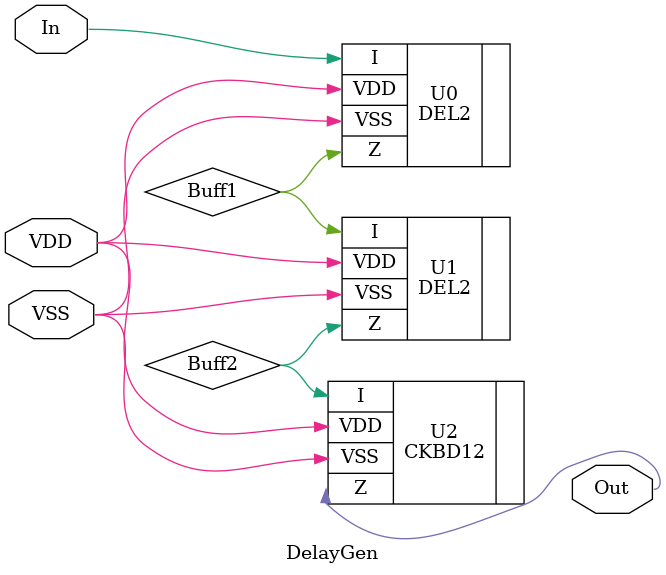
<source format=v>
module DelayGen (
		input	In,
		output	Out,
		inout	VDD,
		inout	VSS
		);

wire		Buff1, Buff2;

DEL2   U0 (.I(In),     .Z(Buff1), .VDD(VDD), .VSS(VSS));
DEL2   U1 (.I(Buff1),  .Z(Buff2), .VDD(VDD), .VSS(VSS));
CKBD12 U2 (.I(Buff2), . Z(Out),   .VDD(VDD), .VSS(VSS));

endmodule

</source>
